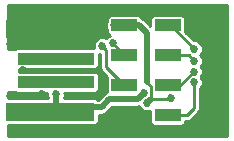
<source format=gtl>
%FSLAX46Y46*%
G04 Gerber Fmt 4.6, Leading zero omitted, Abs format (unit mm)*
G04 Created by KiCad (PCBNEW (2014-10-18 BZR 5203)-product) date 6/17/2015 2:44:21 PM*
%MOMM*%
G01*
G04 APERTURE LIST*
%ADD10C,0.100000*%
%ADD11R,7.498080X1.498600*%
%ADD12R,6.499860X0.998220*%
%ADD13R,2.200001X1.010000*%
%ADD14C,0.685800*%
%ADD15C,0.254000*%
%ADD16C,0.508000*%
G04 APERTURE END LIST*
D10*
D11*
X111244380Y-98383581D03*
X111244380Y-91388421D03*
D12*
X111742220Y-95884221D03*
X111742220Y-93887781D03*
D13*
X117551200Y-91084400D03*
X121229120Y-91084400D03*
X121229120Y-93624400D03*
X121229120Y-96164400D03*
X121229120Y-98704400D03*
X117551200Y-93624400D03*
X117551200Y-96164400D03*
X117551200Y-98704400D03*
D14*
X121462800Y-97231200D03*
X119481600Y-97637600D03*
X116687600Y-91084400D03*
X107899200Y-92659200D03*
X108966000Y-94894400D03*
X107899200Y-97028000D03*
X114554000Y-97028000D03*
X110591600Y-96875600D03*
X110490000Y-92862400D03*
X109220000Y-97078800D03*
X107899200Y-90992960D03*
X114503200Y-91389200D03*
X117538500Y-98323400D03*
X121323100Y-100228400D03*
X125476000Y-99771200D03*
X125476000Y-89916000D03*
X125476000Y-94843600D03*
X117373400Y-100241100D03*
X108204000Y-99872800D03*
X111760000Y-96926400D03*
X119227600Y-96824800D03*
X109321600Y-95910400D03*
X114503200Y-95885000D03*
X109321600Y-93878400D03*
X114503200Y-93878400D03*
X123444000Y-93065600D03*
X116586000Y-92608400D03*
X123444000Y-94081600D03*
X115671600Y-92811600D03*
X123444000Y-94996000D03*
X123444000Y-95910400D03*
D15*
X119837200Y-97282000D02*
X121412000Y-97282000D01*
X121412000Y-97282000D02*
X121462800Y-97231200D01*
D16*
X117551200Y-91084400D02*
X118821200Y-91084400D01*
X119837200Y-97282000D02*
X119481600Y-97637600D01*
D15*
X119837200Y-97282000D02*
X119837200Y-96266000D01*
X119837200Y-96266000D02*
X119430800Y-95859600D01*
D16*
X119430800Y-95859600D02*
X119430800Y-91694000D01*
X119430800Y-91694000D02*
X118821200Y-91084400D01*
D15*
X116687600Y-91084400D02*
X117551200Y-91084400D01*
X108294661Y-91388421D02*
X111244380Y-91388421D01*
X107899200Y-90992960D02*
X108294661Y-91388421D01*
X114503200Y-91389200D02*
X114502421Y-91388421D01*
X114502421Y-91388421D02*
X111244380Y-91388421D01*
X114199179Y-91388421D02*
X111244380Y-91388421D01*
X117538500Y-98323400D02*
X117487700Y-98323400D01*
X117538500Y-98323400D02*
X117487700Y-98323400D01*
X125476000Y-99860100D02*
X125234700Y-100101400D01*
X125234700Y-100101400D02*
X121323100Y-100228400D01*
X125476000Y-94843600D02*
X125476000Y-99771200D01*
X125476000Y-89916000D02*
X125476000Y-94843600D01*
X125476000Y-99771200D02*
X125476000Y-99860100D01*
D16*
X111760000Y-97867961D02*
X111760000Y-96926400D01*
X111760000Y-97867961D02*
X111244380Y-98383581D01*
D15*
X110829581Y-98383581D02*
X111244380Y-98383581D01*
X108848381Y-98383581D02*
X111244380Y-98383581D01*
X108695981Y-98383581D02*
X111244380Y-98383581D01*
X111634761Y-97993200D02*
X111244380Y-98383581D01*
D16*
X119227600Y-96824800D02*
X118719600Y-97332800D01*
X118719600Y-97332800D02*
X116281200Y-97332800D01*
X116281200Y-97332800D02*
X115620800Y-97993200D01*
X115620800Y-97993200D02*
X111634761Y-97993200D01*
D15*
X114478579Y-95884221D02*
X111742220Y-95884221D01*
X109321600Y-95910400D02*
X111716041Y-95910400D01*
X111716041Y-95910400D02*
X111742220Y-95884221D01*
X114224579Y-95884221D02*
X111742220Y-95884221D01*
X114502421Y-95884221D02*
X111742220Y-95884221D01*
X114503200Y-95885000D02*
X114502421Y-95884221D01*
X114493819Y-93887781D02*
X111742220Y-93887781D01*
X114207781Y-93887781D02*
X111742220Y-93887781D01*
X111700801Y-93929200D02*
X109321600Y-93878400D01*
X111700801Y-93929200D02*
X111742220Y-93887781D01*
X114239819Y-93887781D02*
X111742220Y-93887781D01*
X114503200Y-93878400D02*
X114493819Y-93887781D01*
X121462800Y-91084400D02*
X121229120Y-91084400D01*
X123444000Y-93065600D02*
X121462800Y-91084400D01*
X117449600Y-93624400D02*
X117551200Y-93624400D01*
X116586000Y-92608400D02*
X117449600Y-93624400D01*
X123444000Y-94081600D02*
X122986800Y-93624400D01*
X122986800Y-93624400D02*
X121229120Y-93624400D01*
X115671600Y-92811600D02*
X116027200Y-93167200D01*
X116027200Y-93167200D02*
X116027200Y-94640400D01*
X116027200Y-94640400D02*
X117551200Y-96164400D01*
X117551200Y-96164400D02*
X117551200Y-96113600D01*
X122275600Y-96164400D02*
X121229120Y-96164400D01*
X123444000Y-94996000D02*
X122275600Y-96164400D01*
X122834400Y-98704400D02*
X121229120Y-98704400D01*
X123444000Y-98094800D02*
X122834400Y-98704400D01*
X123444000Y-95910400D02*
X123444000Y-98094800D01*
G36*
X111111803Y-97253281D02*
X107670600Y-97253281D01*
X107670600Y-96748600D01*
X108378527Y-96748600D01*
X108416505Y-96764331D01*
X108568076Y-96764331D01*
X111043469Y-96764331D01*
X111036226Y-96781776D01*
X111035975Y-97069761D01*
X111111803Y-97253281D01*
X111111803Y-97253281D01*
G37*
X111111803Y-97253281D02*
X107670600Y-97253281D01*
X107670600Y-96748600D01*
X108378527Y-96748600D01*
X108416505Y-96764331D01*
X108568076Y-96764331D01*
X111043469Y-96764331D01*
X111036226Y-96781776D01*
X111035975Y-97069761D01*
X111111803Y-97253281D01*
G36*
X116123446Y-95455066D02*
X116070200Y-95583615D01*
X116070200Y-95735186D01*
X116070200Y-96739769D01*
X116038196Y-96746136D01*
X115832187Y-96883787D01*
X115357774Y-97358200D01*
X115256154Y-97358200D01*
X115209239Y-97311285D01*
X115069205Y-97253281D01*
X114917634Y-97253281D01*
X112408094Y-97253281D01*
X112483774Y-97071024D01*
X112484025Y-96783039D01*
X112476295Y-96764331D01*
X115067936Y-96764331D01*
X115207970Y-96706327D01*
X115315146Y-96599150D01*
X115373150Y-96459116D01*
X115373150Y-96307545D01*
X115373150Y-95309325D01*
X115315146Y-95169291D01*
X115207969Y-95062115D01*
X115067935Y-95004111D01*
X114916364Y-95004111D01*
X108635800Y-95004111D01*
X108635800Y-94767891D01*
X115067936Y-94767891D01*
X115207970Y-94709887D01*
X115315146Y-94602710D01*
X115373150Y-94462676D01*
X115373150Y-94311105D01*
X115373150Y-93471500D01*
X115519200Y-93532145D01*
X115519200Y-94640400D01*
X115557869Y-94834803D01*
X115667990Y-94999610D01*
X116123446Y-95455066D01*
X116123446Y-95455066D01*
G37*
X116123446Y-95455066D02*
X116070200Y-95583615D01*
X116070200Y-95735186D01*
X116070200Y-96739769D01*
X116038196Y-96746136D01*
X115832187Y-96883787D01*
X115357774Y-97358200D01*
X115256154Y-97358200D01*
X115209239Y-97311285D01*
X115069205Y-97253281D01*
X114917634Y-97253281D01*
X112408094Y-97253281D01*
X112483774Y-97071024D01*
X112484025Y-96783039D01*
X112476295Y-96764331D01*
X115067936Y-96764331D01*
X115207970Y-96706327D01*
X115315146Y-96599150D01*
X115373150Y-96459116D01*
X115373150Y-96307545D01*
X115373150Y-95309325D01*
X115315146Y-95169291D01*
X115207969Y-95062115D01*
X115067935Y-95004111D01*
X114916364Y-95004111D01*
X108635800Y-95004111D01*
X108635800Y-94767891D01*
X115067936Y-94767891D01*
X115207970Y-94709887D01*
X115315146Y-94602710D01*
X115373150Y-94462676D01*
X115373150Y-94311105D01*
X115373150Y-93471500D01*
X115519200Y-93532145D01*
X115519200Y-94640400D01*
X115557869Y-94834803D01*
X115667990Y-94999610D01*
X116123446Y-95455066D01*
G36*
X126263400Y-100457000D02*
X107670600Y-100457000D01*
X107670600Y-99513881D01*
X115069206Y-99513881D01*
X115209240Y-99455877D01*
X115316416Y-99348700D01*
X115374420Y-99208666D01*
X115374420Y-99057095D01*
X115374420Y-98628200D01*
X115620800Y-98628200D01*
X115863804Y-98579864D01*
X116069813Y-98442213D01*
X116544226Y-97967800D01*
X118719600Y-97967800D01*
X118826028Y-97946630D01*
X118867550Y-98047121D01*
X119071008Y-98250935D01*
X119336976Y-98361374D01*
X119624961Y-98361625D01*
X119748120Y-98310736D01*
X119748120Y-99285186D01*
X119806124Y-99425220D01*
X119913301Y-99532396D01*
X120053335Y-99590400D01*
X120204906Y-99590400D01*
X122404906Y-99590400D01*
X122544940Y-99532396D01*
X122652116Y-99425219D01*
X122710120Y-99285185D01*
X122710120Y-99212400D01*
X122834400Y-99212400D01*
X123028803Y-99173731D01*
X123193610Y-99063610D01*
X123803210Y-98454010D01*
X123803211Y-98454010D01*
X123913331Y-98289203D01*
X123952000Y-98094800D01*
X123952000Y-96426143D01*
X124057335Y-96320992D01*
X124167774Y-96055024D01*
X124168025Y-95767039D01*
X124058050Y-95500879D01*
X124010549Y-95453295D01*
X124057335Y-95406592D01*
X124167774Y-95140624D01*
X124168025Y-94852639D01*
X124058050Y-94586479D01*
X124010549Y-94538895D01*
X124057335Y-94492192D01*
X124167774Y-94226224D01*
X124168025Y-93938239D01*
X124058050Y-93672079D01*
X123959749Y-93573606D01*
X124057335Y-93476192D01*
X124167774Y-93210224D01*
X124168025Y-92922239D01*
X124058050Y-92656079D01*
X123854592Y-92452265D01*
X123588624Y-92341826D01*
X123438515Y-92341695D01*
X122710120Y-91613300D01*
X122710120Y-91513614D01*
X122710120Y-90503614D01*
X122652116Y-90363580D01*
X122544939Y-90256404D01*
X122404905Y-90198400D01*
X122253334Y-90198400D01*
X120053334Y-90198400D01*
X119913300Y-90256404D01*
X119806124Y-90363581D01*
X119748120Y-90503615D01*
X119748120Y-90655186D01*
X119748120Y-91113294D01*
X119270213Y-90635387D01*
X119064204Y-90497736D01*
X119026673Y-90490270D01*
X118974196Y-90363580D01*
X118867019Y-90256404D01*
X118726985Y-90198400D01*
X118575414Y-90198400D01*
X116375414Y-90198400D01*
X116235380Y-90256404D01*
X116128204Y-90363581D01*
X116070200Y-90503615D01*
X116070200Y-90655186D01*
X116070200Y-90683597D01*
X115963826Y-90939776D01*
X115963575Y-91227761D01*
X116070200Y-91485813D01*
X116070200Y-91665186D01*
X116128204Y-91805220D01*
X116235381Y-91912396D01*
X116305015Y-91941239D01*
X116176479Y-91994350D01*
X116004516Y-92166011D01*
X115816224Y-92087826D01*
X115528239Y-92087575D01*
X115262079Y-92197550D01*
X115058265Y-92401008D01*
X114947826Y-92666976D01*
X114947575Y-92954961D01*
X114969354Y-93007671D01*
X114916364Y-93007671D01*
X108416504Y-93007671D01*
X108337972Y-93040200D01*
X107670600Y-93040200D01*
X107670600Y-89331000D01*
X126263400Y-89331000D01*
X126263400Y-100457000D01*
X126263400Y-100457000D01*
G37*
X126263400Y-100457000D02*
X107670600Y-100457000D01*
X107670600Y-99513881D01*
X115069206Y-99513881D01*
X115209240Y-99455877D01*
X115316416Y-99348700D01*
X115374420Y-99208666D01*
X115374420Y-99057095D01*
X115374420Y-98628200D01*
X115620800Y-98628200D01*
X115863804Y-98579864D01*
X116069813Y-98442213D01*
X116544226Y-97967800D01*
X118719600Y-97967800D01*
X118826028Y-97946630D01*
X118867550Y-98047121D01*
X119071008Y-98250935D01*
X119336976Y-98361374D01*
X119624961Y-98361625D01*
X119748120Y-98310736D01*
X119748120Y-99285186D01*
X119806124Y-99425220D01*
X119913301Y-99532396D01*
X120053335Y-99590400D01*
X120204906Y-99590400D01*
X122404906Y-99590400D01*
X122544940Y-99532396D01*
X122652116Y-99425219D01*
X122710120Y-99285185D01*
X122710120Y-99212400D01*
X122834400Y-99212400D01*
X123028803Y-99173731D01*
X123193610Y-99063610D01*
X123803210Y-98454010D01*
X123803211Y-98454010D01*
X123913331Y-98289203D01*
X123952000Y-98094800D01*
X123952000Y-96426143D01*
X124057335Y-96320992D01*
X124167774Y-96055024D01*
X124168025Y-95767039D01*
X124058050Y-95500879D01*
X124010549Y-95453295D01*
X124057335Y-95406592D01*
X124167774Y-95140624D01*
X124168025Y-94852639D01*
X124058050Y-94586479D01*
X124010549Y-94538895D01*
X124057335Y-94492192D01*
X124167774Y-94226224D01*
X124168025Y-93938239D01*
X124058050Y-93672079D01*
X123959749Y-93573606D01*
X124057335Y-93476192D01*
X124167774Y-93210224D01*
X124168025Y-92922239D01*
X124058050Y-92656079D01*
X123854592Y-92452265D01*
X123588624Y-92341826D01*
X123438515Y-92341695D01*
X122710120Y-91613300D01*
X122710120Y-91513614D01*
X122710120Y-90503614D01*
X122652116Y-90363580D01*
X122544939Y-90256404D01*
X122404905Y-90198400D01*
X122253334Y-90198400D01*
X120053334Y-90198400D01*
X119913300Y-90256404D01*
X119806124Y-90363581D01*
X119748120Y-90503615D01*
X119748120Y-90655186D01*
X119748120Y-91113294D01*
X119270213Y-90635387D01*
X119064204Y-90497736D01*
X119026673Y-90490270D01*
X118974196Y-90363580D01*
X118867019Y-90256404D01*
X118726985Y-90198400D01*
X118575414Y-90198400D01*
X116375414Y-90198400D01*
X116235380Y-90256404D01*
X116128204Y-90363581D01*
X116070200Y-90503615D01*
X116070200Y-90655186D01*
X116070200Y-90683597D01*
X115963826Y-90939776D01*
X115963575Y-91227761D01*
X116070200Y-91485813D01*
X116070200Y-91665186D01*
X116128204Y-91805220D01*
X116235381Y-91912396D01*
X116305015Y-91941239D01*
X116176479Y-91994350D01*
X116004516Y-92166011D01*
X115816224Y-92087826D01*
X115528239Y-92087575D01*
X115262079Y-92197550D01*
X115058265Y-92401008D01*
X114947826Y-92666976D01*
X114947575Y-92954961D01*
X114969354Y-93007671D01*
X114916364Y-93007671D01*
X108416504Y-93007671D01*
X108337972Y-93040200D01*
X107670600Y-93040200D01*
X107670600Y-89331000D01*
X126263400Y-89331000D01*
X126263400Y-100457000D01*
M02*

</source>
